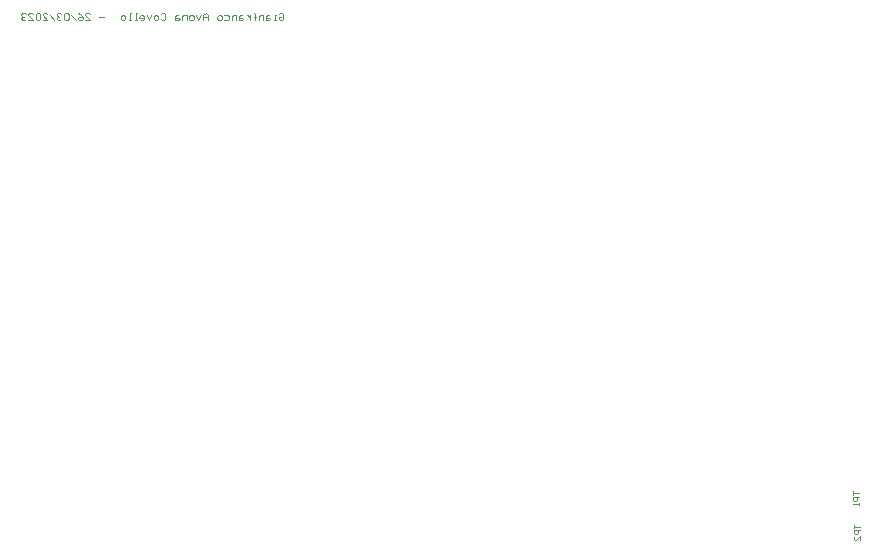
<source format=gbo>
G04*
G04 #@! TF.GenerationSoftware,Altium Limited,Altium Designer,22.11.1 (43)*
G04*
G04 Layer_Color=32896*
%FSLAX44Y44*%
%MOMM*%
G71*
G04*
G04 #@! TF.SameCoordinates,6325C8D2-15E4-4679-A439-48E371F70F26*
G04*
G04*
G04 #@! TF.FilePolarity,Positive*
G04*
G01*
G75*
%ADD19C,0.0850*%
%ADD97C,0.0600*%
D19*
X1084621Y310194D02*
Y306862D01*
Y308528D01*
X1089619D01*
Y305196D02*
X1084621D01*
Y302697D01*
X1085454Y301864D01*
X1087120D01*
X1087953Y302697D01*
Y305196D01*
X1089619Y296866D02*
Y300198D01*
X1086287Y296866D01*
X1085454D01*
X1084621Y297699D01*
Y299365D01*
X1085454Y300198D01*
X1083351Y338571D02*
Y335239D01*
Y336905D01*
X1088349D01*
Y333573D02*
X1083351D01*
Y331074D01*
X1084184Y330241D01*
X1085850D01*
X1086683Y331074D01*
Y333573D01*
X1088349Y328575D02*
Y326908D01*
Y327742D01*
X1083351D01*
X1084184Y328575D01*
D97*
X597381Y742198D02*
X598381Y743198D01*
X600380D01*
X601380Y742198D01*
Y738200D01*
X600380Y737200D01*
X598381D01*
X597381Y738200D01*
Y740199D01*
X599381D01*
X595382Y737200D02*
X593383D01*
X594382D01*
Y741199D01*
X595382D01*
X589384D02*
X587385D01*
X586385Y740199D01*
Y737200D01*
X589384D01*
X590384Y738200D01*
X589384Y739199D01*
X586385D01*
X584385Y737200D02*
Y741199D01*
X581386D01*
X580387Y740199D01*
Y737200D01*
X577388D02*
Y742198D01*
Y740199D01*
X578387D01*
X576388D01*
X577388D01*
Y742198D01*
X576388Y743198D01*
X573389Y741199D02*
Y737200D01*
Y739199D01*
X572389Y740199D01*
X571390Y741199D01*
X570390D01*
X566391D02*
X564392D01*
X563392Y740199D01*
Y737200D01*
X566391D01*
X567391Y738200D01*
X566391Y739199D01*
X563392D01*
X561393Y737200D02*
Y741199D01*
X558394D01*
X557394Y740199D01*
Y737200D01*
X551396Y741199D02*
X554395D01*
X555395Y740199D01*
Y738200D01*
X554395Y737200D01*
X551396D01*
X548397D02*
X546398D01*
X545398Y738200D01*
Y740199D01*
X546398Y741199D01*
X548397D01*
X549397Y740199D01*
Y738200D01*
X548397Y737200D01*
X537401D02*
Y741199D01*
X535401Y743198D01*
X533402Y741199D01*
Y737200D01*
Y740199D01*
X537401D01*
X531403Y741199D02*
X529403Y737200D01*
X527404Y741199D01*
X524405Y737200D02*
X522406D01*
X521406Y738200D01*
Y740199D01*
X522406Y741199D01*
X524405D01*
X525405Y740199D01*
Y738200D01*
X524405Y737200D01*
X519407D02*
Y741199D01*
X516408D01*
X515408Y740199D01*
Y737200D01*
X512409Y741199D02*
X510410D01*
X509410Y740199D01*
Y737200D01*
X512409D01*
X513409Y738200D01*
X512409Y739199D01*
X509410D01*
X497414Y742198D02*
X498413Y743198D01*
X500413D01*
X501412Y742198D01*
Y738200D01*
X500413Y737200D01*
X498413D01*
X497414Y738200D01*
X494415Y737200D02*
X492415D01*
X491416Y738200D01*
Y740199D01*
X492415Y741199D01*
X494415D01*
X495414Y740199D01*
Y738200D01*
X494415Y737200D01*
X489416Y741199D02*
X487417Y737200D01*
X485418Y741199D01*
X480419Y737200D02*
X482419D01*
X483418Y738200D01*
Y740199D01*
X482419Y741199D01*
X480419D01*
X479420Y740199D01*
Y739199D01*
X483418D01*
X477420Y737200D02*
X475421D01*
X476421D01*
Y743198D01*
X477420D01*
X472422Y737200D02*
X470423D01*
X471422D01*
Y743198D01*
X472422D01*
X466424Y737200D02*
X464424D01*
X463425Y738200D01*
Y740199D01*
X464424Y741199D01*
X466424D01*
X467423Y740199D01*
Y738200D01*
X466424Y737200D01*
X449429Y740199D02*
X445431D01*
X433434Y737200D02*
X437433D01*
X433434Y741199D01*
Y742198D01*
X434434Y743198D01*
X436433D01*
X437433Y742198D01*
X427436Y743198D02*
X429436Y742198D01*
X431435Y740199D01*
Y738200D01*
X430435Y737200D01*
X428436D01*
X427436Y738200D01*
Y739199D01*
X428436Y740199D01*
X431435D01*
X425437Y737200D02*
X421438Y741199D01*
X419439Y742198D02*
X418439Y743198D01*
X416440D01*
X415440Y742198D01*
Y738200D01*
X416440Y737200D01*
X418439D01*
X419439Y738200D01*
Y742198D01*
X413441D02*
X412441Y743198D01*
X410442D01*
X409442Y742198D01*
Y741199D01*
X410442Y740199D01*
X411442D01*
X410442D01*
X409442Y739199D01*
Y738200D01*
X410442Y737200D01*
X412441D01*
X413441Y738200D01*
X407443Y737200D02*
X403444Y741199D01*
X397446Y737200D02*
X401445D01*
X397446Y741199D01*
Y742198D01*
X398446Y743198D01*
X400445D01*
X401445Y742198D01*
X395447D02*
X394447Y743198D01*
X392448D01*
X391448Y742198D01*
Y738200D01*
X392448Y737200D01*
X394447D01*
X395447Y738200D01*
Y742198D01*
X385450Y737200D02*
X389449D01*
X385450Y741199D01*
Y742198D01*
X386450Y743198D01*
X388449D01*
X389449Y742198D01*
X383451D02*
X382451Y743198D01*
X380452D01*
X379452Y742198D01*
Y741199D01*
X380452Y740199D01*
X381451D01*
X380452D01*
X379452Y739199D01*
Y738200D01*
X380452Y737200D01*
X382451D01*
X383451Y738200D01*
M02*

</source>
